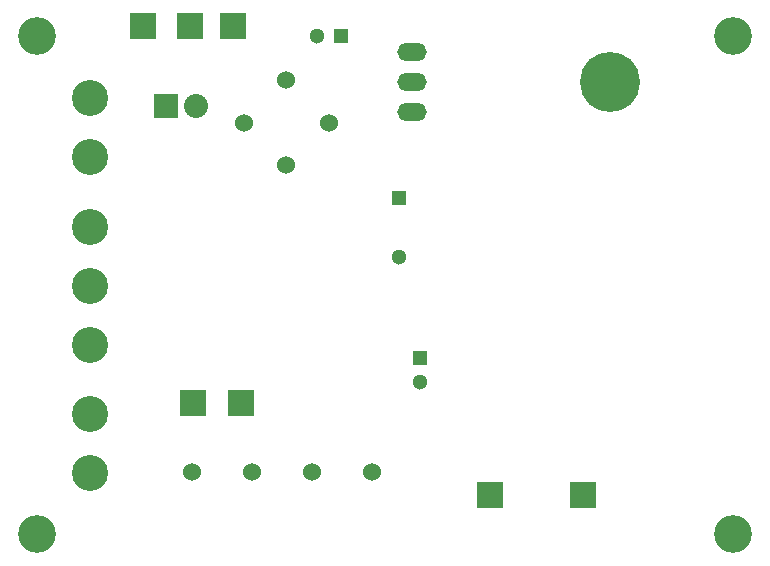
<source format=gbr>
G04 #@! TF.FileFunction,Soldermask,Bot*
%FSLAX46Y46*%
G04 Gerber Fmt 4.6, Leading zero omitted, Abs format (unit mm)*
G04 Created by KiCad (PCBNEW 4.0.0-2.201512072331+6194~38~ubuntu14.04.1-stable) date Tue 07 Jun 2016 08:46:50 PM CEST*
%MOMM*%
G01*
G04 APERTURE LIST*
%ADD10C,0.100000*%
%ADD11C,3.048000*%
%ADD12R,1.300000X1.300000*%
%ADD13C,1.300000*%
%ADD14C,1.524000*%
%ADD15R,2.032000X2.032000*%
%ADD16O,2.032000X2.032000*%
%ADD17C,3.200000*%
%ADD18O,2.499360X1.501140*%
%ADD19C,3.799840*%
%ADD20C,5.080000*%
%ADD21R,2.235200X2.235200*%
G04 APERTURE END LIST*
D10*
D11*
X138049000Y-76113000D03*
X138049000Y-81113000D03*
D12*
X164211000Y-84582000D03*
D13*
X164211000Y-89582000D03*
D12*
X159308800Y-70866000D03*
D13*
X157308800Y-70866000D03*
D12*
X165989000Y-98171000D03*
D13*
X165989000Y-100171000D03*
D14*
X151093898Y-78232000D03*
X154686000Y-74639898D03*
X158278102Y-78232000D03*
X154686000Y-81824102D03*
D11*
X138049000Y-102910000D03*
X138049000Y-107910000D03*
D14*
X146685000Y-107823000D03*
X151765000Y-107823000D03*
X156845000Y-107823000D03*
X161925000Y-107823000D03*
D15*
X144526000Y-76860400D03*
D16*
X147066000Y-76860400D03*
D17*
X133604000Y-70866000D03*
X192532000Y-70866000D03*
X192532000Y-113030000D03*
X133604000Y-113030000D03*
D11*
X138049000Y-87035000D03*
X138049000Y-92035000D03*
X138049000Y-97035000D03*
D18*
X165354000Y-74803000D03*
X165354000Y-72263000D03*
X165354000Y-77343000D03*
D19*
X182118000Y-74803000D03*
D20*
X182118000Y-74803000D03*
D21*
X146812000Y-101981000D03*
X146507200Y-70053200D03*
X150164800Y-70053200D03*
X171958000Y-109728000D03*
X179832000Y-109728000D03*
X150876000Y-101981000D03*
X142595600Y-70053200D03*
M02*

</source>
